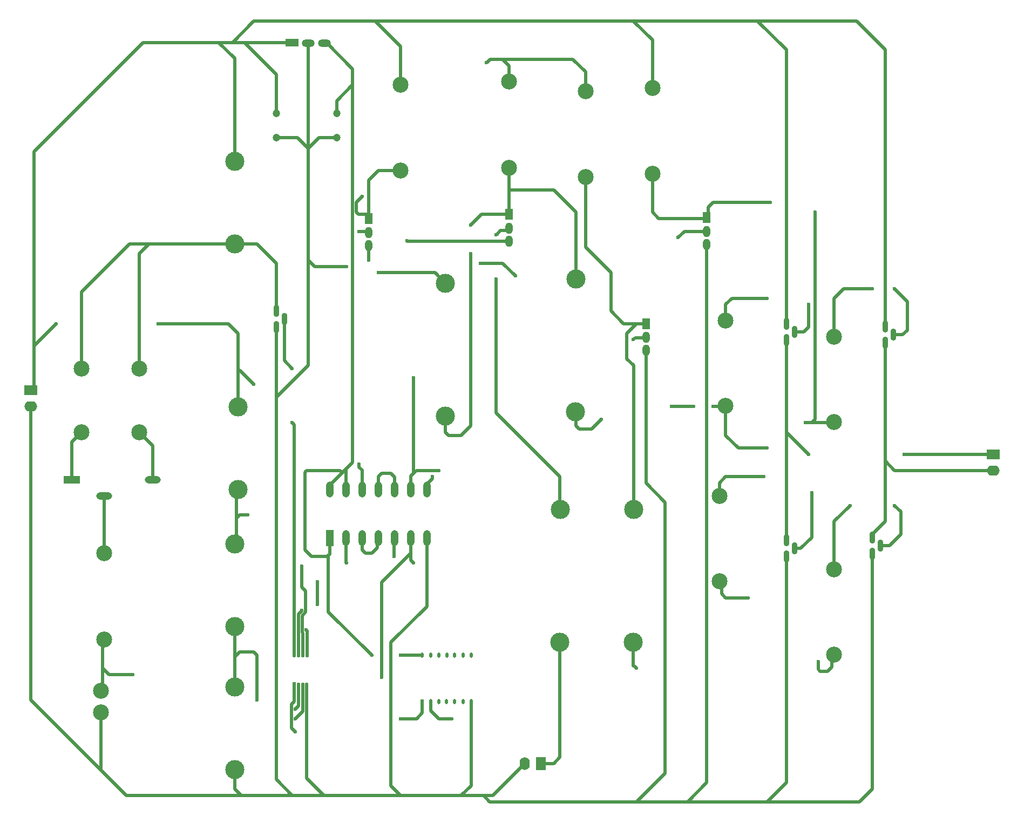
<source format=gtl>
G04*
G04 #@! TF.GenerationSoftware,Altium Limited,Altium Designer,20.0.13 (296)*
G04*
G04 Layer_Physical_Order=1*
G04 Layer_Color=255*
%FSLAX25Y25*%
%MOIN*%
G70*
G01*
G75*
%ADD13R,0.02165X0.02559*%
G04:AMPARAMS|DCode=14|XSize=25.59mil|YSize=21.65mil|CornerRadius=5.41mil|HoleSize=0mil|Usage=FLASHONLY|Rotation=90.000|XOffset=0mil|YOffset=0mil|HoleType=Round|Shape=RoundedRectangle|*
%AMROUNDEDRECTD14*
21,1,0.02559,0.01083,0,0,90.0*
21,1,0.01476,0.02165,0,0,90.0*
1,1,0.01083,0.00541,0.00738*
1,1,0.01083,0.00541,-0.00738*
1,1,0.01083,-0.00541,-0.00738*
1,1,0.01083,-0.00541,0.00738*
%
%ADD14ROUNDEDRECTD14*%
%ADD15R,0.01968X0.03150*%
%ADD16O,0.01968X0.03150*%
%ADD38C,0.01968*%
%ADD39O,0.04724X0.07000*%
%ADD40R,0.04724X0.07000*%
%ADD41O,0.07874X0.06299*%
%ADD42R,0.07874X0.06299*%
%ADD43O,0.06299X0.07874*%
%ADD44R,0.06299X0.07874*%
%ADD45R,0.08000X0.04724*%
%ADD46O,0.08000X0.04724*%
%ADD47C,0.09843*%
%ADD48C,0.04724*%
%ADD49O,0.04724X0.09843*%
%ADD50R,0.04724X0.09843*%
%ADD51O,0.09843X0.04724*%
%ADD52R,0.09843X0.04724*%
%ADD53O,0.03500X0.07500*%
%ADD54C,0.11811*%
%ADD55C,0.02362*%
D13*
X190313Y82294D02*
D03*
D14*
X192913Y82194D02*
D03*
X195513D02*
D03*
X198013D02*
D03*
X190213Y100394D02*
D03*
X192913D02*
D03*
X195413D02*
D03*
X198113D02*
D03*
D15*
X269328Y71894D02*
D03*
D16*
X274428Y71594D02*
D03*
X279428D02*
D03*
X284328D02*
D03*
X289328D02*
D03*
X294528D02*
D03*
X299428D02*
D03*
X269328Y100494D02*
D03*
X274428D02*
D03*
X279528Y100394D02*
D03*
X284428D02*
D03*
X289328Y100494D02*
D03*
X294428D02*
D03*
X299428Y100394D02*
D03*
D38*
X236221Y371217D02*
Y393701D01*
Y370079D02*
Y371217D01*
X234842Y372594D02*
X236221Y371217D01*
X229965Y372594D02*
X234842D01*
X228543Y374016D02*
X229965Y372594D01*
X228543Y380118D02*
X232283Y383858D01*
X228543Y374016D02*
Y380118D01*
X318898Y342520D02*
X326772Y334646D01*
X305118Y342520D02*
X318898D01*
X379921Y246063D02*
Y246063D01*
X377953Y244094D02*
X379921Y246063D01*
X423228Y253937D02*
X437008D01*
X456375Y254012D02*
X456693Y254331D01*
X448894Y254012D02*
X456375D01*
X448819Y253937D02*
X448894Y254012D01*
X322835Y363962D02*
Y364173D01*
X321562Y362689D02*
X322835Y363962D01*
X317520Y362689D02*
X321562D01*
X315067Y360236D02*
X317520Y362689D01*
X314961Y360236D02*
X315067D01*
X314961Y250000D02*
Y332677D01*
Y250000D02*
X354331Y210630D01*
Y190468D02*
X354531Y190268D01*
X354331Y190468D02*
Y210630D01*
X322835Y387795D02*
Y401575D01*
Y372673D02*
Y387795D01*
X350394D01*
X364173Y332677D02*
Y374016D01*
X350394Y387795D02*
X364173Y374016D01*
X509842Y244170D02*
X523304D01*
X505981D02*
X509842D01*
X511811Y246138D01*
Y374016D01*
X448819Y379921D02*
X484252D01*
X444882Y370705D02*
X446055Y371878D01*
Y377157D01*
X448819Y379921D01*
X395669Y283465D02*
X399806Y279328D01*
X395669Y299213D02*
X401575Y305118D01*
X395669Y283465D02*
Y299213D01*
X407396Y296534D02*
X407480Y296618D01*
X400956Y296534D02*
X407396D01*
X399698Y295276D02*
X400956Y296534D01*
X399606Y295276D02*
X399698D01*
X374016Y240158D02*
X377953Y244094D01*
X377953D01*
X366142Y240158D02*
X374016D01*
X364173Y242126D02*
X366142Y240158D01*
X364173Y242126D02*
Y250477D01*
X363973Y250677D02*
X364173Y250477D01*
X401575Y305118D02*
X407480D01*
X393701D02*
X401575D01*
X399806Y190268D02*
Y279328D01*
X431102Y362205D02*
X444882D01*
X427165Y358268D02*
X431102Y362205D01*
X399606Y93673D02*
Y108268D01*
X401468Y92520D02*
X401575D01*
X400315Y93673D02*
X401468Y92520D01*
X399606Y93673D02*
X400315D01*
X385827Y312992D02*
X393701Y305118D01*
X385827Y312992D02*
Y336614D01*
X370079Y352362D02*
Y395669D01*
Y352362D02*
X385827Y336614D01*
X444256Y370079D02*
X444882Y370705D01*
X415354Y370079D02*
X444256D01*
X411417Y374016D02*
Y397638D01*
Y374016D02*
X415354Y370079D01*
X401575Y9843D02*
X433071D01*
X311024D02*
X401575D01*
X419291Y27559D01*
Y194882D01*
X407480Y206693D02*
X419291Y194882D01*
X407480Y206693D02*
Y288618D01*
X433071Y9843D02*
X482283D01*
X444882Y21654D02*
Y354205D01*
X433071Y9843D02*
X444882Y21654D01*
X305744Y372673D02*
X322835D01*
X299213Y366142D02*
X305744Y372673D01*
X299213Y242126D02*
Y348425D01*
X259906Y356236D02*
X322772D01*
X259842Y356299D02*
X259906Y356236D01*
X293307Y236221D02*
X299213Y242126D01*
X285433Y236221D02*
X293307D01*
X283465Y238189D02*
X285433Y236221D01*
X283465Y238189D02*
Y248031D01*
X235670Y362129D02*
X236221Y361579D01*
X230390Y362129D02*
X235670D01*
X230315Y362205D02*
X230390Y362129D01*
X226378Y219567D02*
Y452756D01*
X211378Y127205D02*
Y162165D01*
X221909Y215098D02*
X226378Y219567D01*
X277082Y336614D02*
X283665Y330031D01*
X242126Y336614D02*
X277082D01*
X322772Y356236D02*
X322835Y356173D01*
X362205Y468504D02*
X370079Y460630D01*
X318898Y468504D02*
X362205D01*
X370079Y448819D02*
Y460630D01*
X322835Y454724D02*
Y464567D01*
X318898Y468504D02*
X322835Y464567D01*
X311130Y468504D02*
X318898D01*
X309055Y466535D02*
X309162D01*
X311130Y468504D01*
X279528Y61024D02*
X287402D01*
X274428Y66124D02*
Y71594D01*
Y66124D02*
X279528Y61024D01*
X399606Y492126D02*
X476378D01*
X240158D02*
X399606D01*
X411417Y450787D02*
Y480315D01*
X399606Y492126D02*
X411417Y480315D01*
X560118Y298307D02*
X566024D01*
X568898Y301181D02*
Y318898D01*
X566024Y298307D02*
X568898Y301181D01*
X561024Y326772D02*
X568898Y318898D01*
X529528Y326772D02*
X547244D01*
X523622Y320866D02*
X529528Y326772D01*
X523622Y297244D02*
Y320866D01*
X552244Y168228D02*
X557992D01*
X564961Y175197D01*
Y188976D01*
X561024Y192913D02*
X564961Y188976D01*
X523622Y153543D02*
Y183071D01*
X533465Y192913D01*
X522115Y99281D02*
X523622Y100787D01*
X522115Y92982D02*
Y99281D01*
X519685Y90551D02*
X522115Y92982D01*
X513779Y91704D02*
Y96457D01*
Y91704D02*
X514933Y90551D01*
X519685D01*
X509842Y173228D02*
Y200787D01*
X456693Y236221D02*
X464567Y228346D01*
X482283D01*
X456693Y236221D02*
Y254331D01*
X452756Y146063D02*
X454262Y144556D01*
Y138257D02*
Y144556D01*
Y138257D02*
X456693Y135827D01*
X470472D01*
X523304Y244170D02*
X523622Y244488D01*
X505905Y244094D02*
X505981Y244170D01*
X499094Y166260D02*
X502874D01*
X509842Y173228D01*
X456693Y210630D02*
X480315D01*
X452756Y206693D02*
X456693Y210630D01*
X452756Y198819D02*
Y206693D01*
X499094Y300118D02*
X504843D01*
X507874Y303150D02*
Y316929D01*
X504843Y300118D02*
X507874Y303150D01*
X460630Y320866D02*
X482283D01*
X456693Y316929D02*
X460630Y320866D01*
X456693Y307087D02*
Y316929D01*
X555118Y220472D02*
Y293307D01*
Y183102D02*
Y220472D01*
X561024Y214567D02*
X622047D01*
X555118Y220472D02*
X561024Y214567D01*
X494095Y238189D02*
Y295118D01*
Y171260D02*
Y238189D01*
X507874Y224409D01*
X567193Y224567D02*
X622047D01*
X567036Y224409D02*
X567193Y224567D01*
X566929Y224409D02*
X567036D01*
X547244Y173228D02*
Y175228D01*
X555118Y183102D01*
X537402Y492126D02*
X555118Y474409D01*
X476378Y492126D02*
X537402D01*
X555118Y303307D02*
Y474409D01*
X165354Y492126D02*
X240158D01*
X476378D02*
X494095Y474409D01*
Y305118D02*
Y474409D01*
X482283Y9843D02*
X539370D01*
X547244Y17717D02*
Y163228D01*
X539370Y9843D02*
X547244Y17717D01*
X307087Y13780D02*
X312992D01*
X293307D02*
X307087D01*
X311024Y9843D01*
X494095Y21654D02*
Y161260D01*
X482283Y9843D02*
X494095Y21654D01*
X198819Y344488D02*
Y413386D01*
Y279528D02*
Y344488D01*
X202756Y340551D02*
X222441D01*
X198819Y344488D02*
X202756Y340551D01*
X236221Y344488D02*
Y353579D01*
X152075Y478847D02*
X159449D01*
X143701D02*
X152075D01*
X165354Y492126D01*
X198819Y413386D02*
Y478346D01*
X236221Y393701D02*
X242126Y399606D01*
X255906D01*
Y452756D02*
Y476378D01*
X240158Y492126D02*
X255906Y476378D01*
X342520Y33465D02*
X350394D01*
X354331Y37402D01*
Y108268D01*
X272126Y202756D02*
Y206053D01*
X275515Y209442D01*
Y210555D01*
X275590Y210630D01*
X265748Y214567D02*
X279528D01*
X252044Y172674D02*
X252126Y172756D01*
X252044Y161493D02*
Y172674D01*
X251969Y161417D02*
X252044Y161493D01*
X252126Y202756D02*
Y210472D01*
X250000Y212598D02*
X252126Y210472D01*
X244094Y212598D02*
X250000D01*
X242126Y210630D02*
X244094Y212598D01*
X242126Y202756D02*
Y210630D01*
X241599Y172229D02*
X242126Y172756D01*
X241599Y166796D02*
Y172229D01*
X240158Y165354D02*
X241599Y166796D01*
X238189Y163386D02*
X240158Y165354D01*
Y165354D01*
X234252Y163386D02*
X238189D01*
X232126Y165512D02*
Y172756D01*
Y165512D02*
X234252Y163386D01*
X262126D02*
Y172756D01*
Y159134D02*
Y163386D01*
X244094Y86614D02*
Y145354D01*
X262126Y163386D01*
X255906Y61024D02*
X265748D01*
X269328Y64603D02*
Y71894D01*
X265748Y61024D02*
X269328Y64603D01*
X263779Y212598D02*
X265748Y214567D01*
X262126Y159134D02*
X263779Y157480D01*
X262126Y202756D02*
Y210945D01*
X263779Y212598D01*
Y271654D01*
X184134Y282402D02*
X188976Y277559D01*
X184134Y282402D02*
Y307992D01*
X230315Y216535D02*
Y218504D01*
Y216535D02*
X232126Y214724D01*
Y202756D02*
Y214724D01*
X194882Y142371D02*
X197244Y140009D01*
X194882Y142371D02*
Y155512D01*
X204724Y131890D02*
Y145669D01*
X188583Y55512D02*
X190945Y53150D01*
X188583Y70156D02*
X190313Y71887D01*
X188583Y55512D02*
Y70156D01*
X190313Y71887D02*
Y82294D01*
X190945Y61024D02*
X195513Y65592D01*
Y82194D01*
X222126Y172756D02*
X222366Y172516D01*
Y157556D02*
Y172516D01*
Y157556D02*
X222441Y157480D01*
X195079Y124809D02*
X197244Y126974D01*
X194882Y127846D02*
Y127953D01*
X195079Y114573D02*
X195413Y114238D01*
X195079Y114573D02*
Y124809D01*
X198113Y100394D02*
Y115363D01*
X197441Y116035D02*
Y116142D01*
X192913Y100394D02*
Y125878D01*
X197441Y116035D02*
X198113Y115363D01*
X197244Y126974D02*
Y140009D01*
X192913Y125878D02*
X194882Y127846D01*
X188976Y243988D02*
X190213Y242751D01*
Y100394D02*
Y242751D01*
X188976Y243988D02*
Y244094D01*
X195413Y100394D02*
Y114238D01*
X154528Y185039D02*
Y201772D01*
Y170095D02*
Y185039D01*
X156496Y187008D02*
X161417D01*
X154528Y185039D02*
X156496Y187008D01*
X153543Y99410D02*
Y118110D01*
Y80709D02*
Y99410D01*
X156496Y102362D02*
X165354D01*
X153543Y99410D02*
X156496Y102362D01*
X167323Y72835D02*
Y100394D01*
X165354Y102362D02*
X167323Y100394D01*
X198013Y24428D02*
X208661Y13780D01*
X198013Y24428D02*
Y82194D01*
X71850Y92520D02*
Y109252D01*
Y79445D02*
Y92520D01*
X75787Y88583D02*
X90551D01*
X71850Y92520D02*
X75787Y88583D01*
X192913Y69004D02*
Y82194D01*
X190945Y67036D02*
X192913Y69004D01*
X190945Y66929D02*
Y67036D01*
X179134Y23622D02*
X188976Y13780D01*
X179134Y23622D02*
Y259842D01*
X211378Y162165D02*
X212126Y162913D01*
X210630Y161417D02*
X211378Y162165D01*
X255956Y100444D02*
X269328D01*
X211378Y127205D02*
X238189Y100394D01*
X269328Y100444D02*
Y100494D01*
X255906Y100394D02*
X255956Y100444D01*
X219941Y213130D02*
X221909Y215098D01*
X212126Y205315D02*
X219941Y213130D01*
X196850Y165354D02*
Y213414D01*
X198003Y214567D01*
X218504D01*
X219941Y213130D01*
X200787Y161417D02*
X210630D01*
X196850Y165354D02*
X200787Y161417D01*
X212126Y162913D02*
Y172756D01*
X222126Y202756D02*
Y214882D01*
X221909Y215098D02*
X222126Y214882D01*
X226378Y452756D02*
Y462425D01*
X216535Y442913D02*
X226378Y452756D01*
X216535Y435039D02*
Y442913D01*
X208819Y478346D02*
X210457D01*
X226378Y462425D01*
X212126Y202756D02*
Y205315D01*
X155512Y276484D02*
Y299213D01*
Y253756D02*
Y276484D01*
X156587D02*
X165354Y267717D01*
X155512Y276484D02*
X156587D01*
X205472Y420039D02*
X216535D01*
X198819Y413386D02*
X205472Y420039D01*
X192165D02*
X198819Y413386D01*
X179134Y420039D02*
X192165D01*
X255906Y13780D02*
X293307D01*
X208661D02*
X255906D01*
X250000Y19685D02*
Y108268D01*
Y19685D02*
X255906Y13780D01*
X272126Y130394D02*
Y172756D01*
X250000Y108268D02*
X272126Y130394D01*
X96957Y478847D02*
X143701D01*
X153543Y405512D02*
Y469004D01*
X143701Y478847D02*
X153543Y469004D01*
X179134Y259842D02*
Y302992D01*
Y259842D02*
X198819Y279528D01*
X188976Y13780D02*
X208661D01*
X157480D02*
X188976D01*
X29528Y291339D02*
Y411417D01*
Y265905D02*
Y291339D01*
X43307Y305118D01*
X106299D02*
X149606D01*
X155512Y299213D01*
X153543Y354512D02*
X153724Y354331D01*
X167323D01*
X179134Y312992D02*
Y342520D01*
X167323Y354331D02*
X179134Y342520D01*
X100394Y354331D02*
X153362D01*
X88583D02*
X100394D01*
X94488Y277559D02*
Y348425D01*
X100394Y354331D01*
X153362D02*
X153543Y354512D01*
X59055Y277559D02*
Y324803D01*
X88583Y354331D01*
X159449Y478847D02*
X188819D01*
X179134Y435039D02*
Y459161D01*
X159449Y478847D02*
X179134Y459161D01*
X299428Y19900D02*
Y71594D01*
X293307Y13780D02*
X299428Y19900D01*
X86614Y13780D02*
X157480D01*
X153543Y17717D02*
Y29709D01*
Y17717D02*
X157480Y13780D01*
X153543Y169110D02*
X154528Y170095D01*
Y201772D02*
X155512Y202756D01*
X102835Y208819D02*
Y229842D01*
X94488Y238189D02*
X102835Y229842D01*
X52835Y208819D02*
Y231968D01*
X59055Y238189D01*
X72835Y163386D02*
Y198819D01*
X70866Y78461D02*
X71850Y79445D01*
Y109252D02*
X72835Y110236D01*
X70866Y29528D02*
X86614Y13780D01*
X27559Y72835D02*
X70866Y29528D01*
Y64961D01*
X27559Y263937D02*
X29528Y265905D01*
Y411417D02*
X96957Y478847D01*
X332520Y33307D02*
Y33465D01*
X312992Y13780D02*
X332520Y33307D01*
X27559Y72835D02*
Y253937D01*
D39*
X444882Y354205D02*
D03*
Y362205D02*
D03*
X236221Y353579D02*
D03*
Y361579D02*
D03*
X407480Y288618D02*
D03*
Y296618D02*
D03*
X322835Y356173D02*
D03*
Y364173D02*
D03*
D40*
X444882Y370705D02*
D03*
X236221Y370079D02*
D03*
X407480Y305118D02*
D03*
X322835Y372673D02*
D03*
D41*
X27559Y253937D02*
D03*
X622047Y214567D02*
D03*
D42*
X27559Y263937D02*
D03*
X622047Y224567D02*
D03*
D43*
X332520Y33465D02*
D03*
D44*
X342520D02*
D03*
D45*
X188819Y478847D02*
D03*
D46*
X198819Y478346D02*
D03*
X208819D02*
D03*
D47*
X94488Y277559D02*
D03*
Y238189D02*
D03*
X59055D02*
D03*
Y277559D02*
D03*
X70866Y78461D02*
D03*
Y64961D02*
D03*
X456693Y254331D02*
D03*
Y307087D02*
D03*
X523622Y244488D02*
D03*
Y297244D02*
D03*
X452756Y146063D02*
D03*
Y198819D02*
D03*
X523622Y100787D02*
D03*
Y153543D02*
D03*
X411417Y397638D02*
D03*
Y450787D02*
D03*
X255906Y399606D02*
D03*
Y452756D02*
D03*
X370079Y395669D02*
D03*
Y448819D02*
D03*
X322835Y401575D02*
D03*
Y454724D02*
D03*
X72835Y110236D02*
D03*
Y163386D02*
D03*
D48*
X179134Y435039D02*
D03*
Y420039D02*
D03*
X216535Y435039D02*
D03*
Y420039D02*
D03*
D49*
X272126Y202756D02*
D03*
X262126D02*
D03*
X252126D02*
D03*
X242126D02*
D03*
X232126D02*
D03*
X222126D02*
D03*
X212126D02*
D03*
X272126Y172756D02*
D03*
X262126D02*
D03*
X252126D02*
D03*
X242126D02*
D03*
X232126D02*
D03*
X222126D02*
D03*
D50*
X212126D02*
D03*
D51*
X102835Y208819D02*
D03*
X72835Y198819D02*
D03*
D52*
X52835Y208819D02*
D03*
D53*
X494095Y295118D02*
D03*
X499094Y300118D02*
D03*
X494095Y305118D02*
D03*
X555118Y293307D02*
D03*
X560118Y298307D02*
D03*
X555118Y303307D02*
D03*
X179134Y302992D02*
D03*
X184134Y307992D02*
D03*
X179134Y312992D02*
D03*
X494095Y161260D02*
D03*
X499094Y166260D02*
D03*
X494095Y171260D02*
D03*
X547244Y163228D02*
D03*
X552244Y168228D02*
D03*
X547244Y173228D02*
D03*
D54*
X153543Y405512D02*
D03*
Y354512D02*
D03*
X155512Y253756D02*
D03*
Y202756D02*
D03*
X153543Y169110D02*
D03*
Y118110D02*
D03*
Y80709D02*
D03*
Y29709D02*
D03*
X399806Y190268D02*
D03*
X399606Y108268D02*
D03*
X283465Y248031D02*
D03*
X283665Y330031D02*
D03*
X364173Y332677D02*
D03*
X363973Y250677D02*
D03*
X354531Y190268D02*
D03*
X354331Y108268D02*
D03*
D55*
X232283Y383858D02*
D03*
X305118Y342520D02*
D03*
X326772Y334646D02*
D03*
X379921Y246063D02*
D03*
X423228Y253937D02*
D03*
X437008D02*
D03*
X448819D02*
D03*
X314961Y360236D02*
D03*
Y332677D02*
D03*
X511811Y374016D02*
D03*
X484252Y379921D02*
D03*
X399606Y295276D02*
D03*
X427165Y358268D02*
D03*
X401575Y92520D02*
D03*
X299213Y366142D02*
D03*
Y348425D02*
D03*
X230315Y362205D02*
D03*
X242126Y336614D02*
D03*
X259842Y356299D02*
D03*
X309055Y466535D02*
D03*
X287402Y61024D02*
D03*
X561024Y326772D02*
D03*
X547244D02*
D03*
X561024Y192913D02*
D03*
X533465D02*
D03*
X513779Y96457D02*
D03*
X509842Y200787D02*
D03*
X482283Y228346D02*
D03*
X470472Y135827D02*
D03*
X505905Y244094D02*
D03*
X480315Y210630D02*
D03*
X507874Y316929D02*
D03*
X482283Y320866D02*
D03*
X507874Y224409D02*
D03*
X566929D02*
D03*
X222441Y340551D02*
D03*
X236221Y344488D02*
D03*
X275590Y210630D02*
D03*
X279528Y214567D02*
D03*
X251969Y161417D02*
D03*
X244094Y86614D02*
D03*
X255906Y61024D02*
D03*
X263779Y157480D02*
D03*
Y271654D02*
D03*
X188976Y277559D02*
D03*
X230315Y218504D02*
D03*
X194882Y155512D02*
D03*
X204724Y145669D02*
D03*
Y131890D02*
D03*
X190945Y53150D02*
D03*
Y61024D02*
D03*
X222441Y157480D02*
D03*
X194882Y127953D02*
D03*
X197441Y116142D02*
D03*
X161417Y187008D02*
D03*
X167323Y72835D02*
D03*
X90551Y88583D02*
D03*
X190945Y66929D02*
D03*
X238189Y100394D02*
D03*
X255906D02*
D03*
X165354Y267717D02*
D03*
X188976Y244094D02*
D03*
X43307Y305118D02*
D03*
X106299D02*
D03*
M02*

</source>
